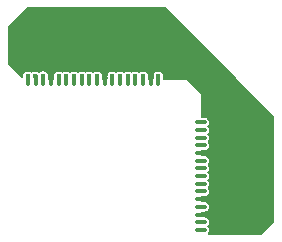
<source format=gbr>
%TF.GenerationSoftware,KiCad,Pcbnew,7.0.7*%
%TF.CreationDate,2024-03-24T16:36:28-04:00*%
%TF.ProjectId,RCP-FLEX,5243502d-464c-4455-982e-6b696361645f,rev?*%
%TF.SameCoordinates,Original*%
%TF.FileFunction,Copper,L2,Bot*%
%TF.FilePolarity,Positive*%
%FSLAX46Y46*%
G04 Gerber Fmt 4.6, Leading zero omitted, Abs format (unit mm)*
G04 Created by KiCad (PCBNEW 7.0.7) date 2024-03-24 16:36:28*
%MOMM*%
%LPD*%
G01*
G04 APERTURE LIST*
%TA.AperFunction,ComponentPad*%
%ADD10O,0.400000X1.000000*%
%TD*%
%TA.AperFunction,ComponentPad*%
%ADD11O,1.000000X0.400000*%
%TD*%
%TA.AperFunction,ViaPad*%
%ADD12C,0.800000*%
%TD*%
%TA.AperFunction,ViaPad*%
%ADD13C,0.400000*%
%TD*%
%TA.AperFunction,Conductor*%
%ADD14C,0.250000*%
%TD*%
G04 APERTURE END LIST*
D10*
%TO.P,TP2,1,1*%
%TO.N,Net-(TP2-Pad1)*%
X160415000Y-63500000D03*
%TD*%
%TO.P,TP9,1,1*%
%TO.N,Net-(TP42-Pad1)*%
X164965000Y-63500000D03*
%TD*%
D11*
%TO.P,TP31,1,1*%
%TO.N,GND*%
X174390000Y-74910000D03*
%TD*%
D10*
%TO.P,TP5,1,1*%
%TO.N,Net-(TP38-Pad1)*%
X162365000Y-63500000D03*
%TD*%
D11*
%TO.P,TP24,1,1*%
%TO.N,Net-(TP24-Pad1)*%
X174390000Y-70360000D03*
%TD*%
D10*
%TO.P,TP1,1,1*%
%TO.N,Net-(TP1-Pad1)*%
X159765000Y-63500000D03*
%TD*%
%TO.P,TP6,1,1*%
%TO.N,Net-(TP39-Pad1)*%
X163015000Y-63500000D03*
%TD*%
D11*
%TO.P,TP23,1,1*%
%TO.N,GND*%
X174390000Y-69710000D03*
%TD*%
D10*
%TO.P,TP14,1,1*%
%TO.N,Net-(TP14-Pad1)*%
X168215000Y-63500000D03*
%TD*%
%TO.P,TP11,1,1*%
%TO.N,GND*%
X166265000Y-63500000D03*
%TD*%
%TO.P,TP18,1,1*%
%TO.N,Net-(TP18-Pad1)*%
X170815000Y-63500000D03*
%TD*%
%TO.P,TP17,1,1*%
%TO.N,GND*%
X170165000Y-63500000D03*
%TD*%
%TO.P,TP4,1,1*%
%TO.N,GND*%
X161715000Y-63500000D03*
%TD*%
%TO.P,TP10,1,1*%
%TO.N,unconnected-(TP10-Pad1)*%
X165615000Y-63500000D03*
%TD*%
D11*
%TO.P,TP29,1,1*%
%TO.N,GND*%
X174390000Y-73610000D03*
%TD*%
%TO.P,TP27,1,1*%
%TO.N,Net-(TP27-Pad1)*%
X174390000Y-72310000D03*
%TD*%
D10*
%TO.P,TP15,1,1*%
%TO.N,Net-(TP15-Pad1)*%
X168865000Y-63500000D03*
%TD*%
%TO.P,TP12,1,1*%
%TO.N,Net-(TP12-Pad1)*%
X166915000Y-63500000D03*
%TD*%
%TO.P,TP7,1,1*%
%TO.N,Net-(TP40-Pad1)*%
X163665000Y-63500000D03*
%TD*%
%TO.P,TP8,1,1*%
%TO.N,Net-(TP41-Pad1)*%
X164315000Y-63500000D03*
%TD*%
%TO.P,TP16,1,1*%
%TO.N,unconnected-(TP16-Pad1)*%
X169515000Y-63500000D03*
%TD*%
D11*
%TO.P,TP20,1,1*%
%TO.N,Net-(TP20-Pad1)*%
X174390000Y-67760000D03*
%TD*%
%TO.P,TP25,1,1*%
%TO.N,Net-(TP25-Pad1)*%
X174390000Y-71010000D03*
%TD*%
%TO.P,TP21,1,1*%
%TO.N,Net-(TP21-Pad1)*%
X174390000Y-68410000D03*
%TD*%
%TO.P,TP22,1,1*%
%TO.N,unconnected-(TP22-Pad1)*%
X174390000Y-69060000D03*
%TD*%
D10*
%TO.P,TP3,1,1*%
%TO.N,unconnected-(TP3-Pad1)*%
X161065000Y-63500000D03*
%TD*%
D11*
%TO.P,TP30,1,1*%
%TO.N,unconnected-(TP30-Pad1)*%
X174390000Y-74260000D03*
%TD*%
%TO.P,TP19,1,1*%
%TO.N,Net-(TP19-Pad1)*%
X174390000Y-67110000D03*
%TD*%
%TO.P,TP33,1,1*%
%TO.N,Net-(TP33-Pad1)*%
X174390000Y-76210000D03*
%TD*%
%TO.P,TP28,1,1*%
%TO.N,Net-(TP28-Pad1)*%
X174390000Y-72960000D03*
%TD*%
%TO.P,TP26,1,1*%
%TO.N,Net-(TP26-Pad1)*%
X174390000Y-71660000D03*
%TD*%
%TO.P,TP32,1,1*%
%TO.N,unconnected-(TP32-Pad1)*%
X174390000Y-75560000D03*
%TD*%
D10*
%TO.P,TP13,1,1*%
%TO.N,Net-(TP13-Pad1)*%
X167565000Y-63500000D03*
%TD*%
D12*
%TO.N,GND*%
X173325000Y-60125000D03*
X174725000Y-61525000D03*
X176225000Y-63025000D03*
X177625000Y-64425000D03*
X176275000Y-65875000D03*
X174775000Y-64375000D03*
X173375000Y-62975000D03*
X171875000Y-61475000D03*
D13*
%TO.N,Net-(TP1-Pad1)*%
X159760000Y-63200000D03*
%TO.N,Net-(TP2-Pad1)*%
X160410000Y-63200000D03*
%TO.N,Net-(TP38-Pad1)*%
X162360000Y-63200000D03*
%TO.N,Net-(TP39-Pad1)*%
X163010000Y-63200000D03*
%TO.N,Net-(TP40-Pad1)*%
X163660000Y-63200000D03*
%TO.N,Net-(TP41-Pad1)*%
X164310000Y-63200000D03*
%TO.N,Net-(TP42-Pad1)*%
X164960000Y-63200000D03*
%TO.N,Net-(TP12-Pad1)*%
X166910000Y-63200000D03*
%TO.N,Net-(TP13-Pad1)*%
X167560000Y-63200000D03*
%TO.N,Net-(TP14-Pad1)*%
X168210000Y-63200000D03*
%TO.N,Net-(TP15-Pad1)*%
X168860000Y-63200000D03*
%TO.N,Net-(TP18-Pad1)*%
X170810000Y-63200000D03*
%TO.N,Net-(TP19-Pad1)*%
X174690000Y-67110000D03*
%TO.N,Net-(TP20-Pad1)*%
X174690000Y-67760000D03*
%TO.N,Net-(TP21-Pad1)*%
X174690000Y-68410000D03*
%TO.N,Net-(TP24-Pad1)*%
X174690000Y-70360000D03*
%TO.N,Net-(TP25-Pad1)*%
X174690000Y-71010000D03*
%TO.N,Net-(TP26-Pad1)*%
X174690000Y-71660000D03*
%TO.N,Net-(TP27-Pad1)*%
X174690000Y-72310000D03*
%TO.N,Net-(TP28-Pad1)*%
X174690000Y-72960000D03*
%TO.N,Net-(TP33-Pad1)*%
X174690000Y-76210000D03*
%TO.N,unconnected-(TP3-Pad1)*%
X161070000Y-63200000D03*
%TO.N,unconnected-(TP10-Pad1)*%
X165620000Y-63200000D03*
%TO.N,unconnected-(TP16-Pad1)*%
X169510000Y-63200000D03*
%TO.N,unconnected-(TP22-Pad1)*%
X174690000Y-69060000D03*
%TO.N,unconnected-(TP30-Pad1)*%
X174690000Y-74260000D03*
%TO.N,unconnected-(TP32-Pad1)*%
X174690000Y-75560000D03*
%TO.N,GND*%
X174690000Y-73610000D03*
X170160000Y-63200000D03*
X174690000Y-69710000D03*
X174690000Y-74910000D03*
X166260000Y-63200000D03*
X161720000Y-63200000D03*
%TD*%
D14*
%TO.N,unconnected-(TP3-Pad1)*%
X161065000Y-63500000D02*
X161065000Y-63107538D01*
%TD*%
%TA.AperFunction,Conductor*%
%TO.N,GND*%
G36*
X171416819Y-57369407D02*
G01*
X171428820Y-57379685D01*
X177474877Y-63458691D01*
X180545694Y-66546243D01*
X180573323Y-66600835D01*
X180574500Y-66616056D01*
X180574500Y-75583783D01*
X180555593Y-75641974D01*
X180545504Y-75653787D01*
X179603827Y-76595463D01*
X179549310Y-76623240D01*
X179533728Y-76624459D01*
X175085134Y-76620169D01*
X175026961Y-76601206D01*
X174991045Y-76551671D01*
X174991104Y-76490486D01*
X175015228Y-76451163D01*
X175018050Y-76448342D01*
X175075646Y-76335304D01*
X175095492Y-76210000D01*
X175075646Y-76084696D01*
X175018050Y-75971658D01*
X175001393Y-75955001D01*
X174973618Y-75900487D01*
X174983189Y-75840055D01*
X175001397Y-75814995D01*
X175018048Y-75798344D01*
X175018048Y-75798343D01*
X175018050Y-75798342D01*
X175075646Y-75685304D01*
X175095492Y-75560000D01*
X175075646Y-75434696D01*
X175018050Y-75321658D01*
X174928342Y-75231950D01*
X174924406Y-75229944D01*
X174815307Y-75174355D01*
X174815304Y-75174354D01*
X174690000Y-75154508D01*
X174666178Y-75158281D01*
X174650691Y-75159500D01*
X174490814Y-75159500D01*
X174432623Y-75140593D01*
X174396659Y-75091093D01*
X174391814Y-75060416D01*
X174392068Y-74759416D01*
X174411024Y-74701242D01*
X174460555Y-74665320D01*
X174491068Y-74660500D01*
X174650691Y-74660500D01*
X174666177Y-74661718D01*
X174690000Y-74665492D01*
X174815304Y-74645646D01*
X174928342Y-74588050D01*
X175018050Y-74498342D01*
X175075646Y-74385304D01*
X175095492Y-74260000D01*
X175075646Y-74134696D01*
X175018050Y-74021658D01*
X174928342Y-73931950D01*
X174924406Y-73929944D01*
X174815307Y-73874355D01*
X174815304Y-73874354D01*
X174690000Y-73854508D01*
X174666178Y-73858281D01*
X174650691Y-73859500D01*
X174491909Y-73859500D01*
X174433718Y-73840593D01*
X174397754Y-73791093D01*
X174392909Y-73760416D01*
X174393163Y-73459416D01*
X174412119Y-73401242D01*
X174461650Y-73365320D01*
X174492163Y-73360500D01*
X174650691Y-73360500D01*
X174666177Y-73361718D01*
X174690000Y-73365492D01*
X174815304Y-73345646D01*
X174928342Y-73288050D01*
X175018050Y-73198342D01*
X175075646Y-73085304D01*
X175095492Y-72960000D01*
X175075646Y-72834696D01*
X175018050Y-72721658D01*
X175001393Y-72705001D01*
X174973618Y-72650487D01*
X174983189Y-72590055D01*
X175001392Y-72564999D01*
X175018050Y-72548342D01*
X175075646Y-72435304D01*
X175095492Y-72310000D01*
X175075646Y-72184696D01*
X175018050Y-72071658D01*
X175001393Y-72055001D01*
X174973618Y-72000487D01*
X174983189Y-71940055D01*
X175001397Y-71914995D01*
X175018048Y-71898344D01*
X175018048Y-71898343D01*
X175018050Y-71898342D01*
X175075646Y-71785304D01*
X175095492Y-71660000D01*
X175075646Y-71534696D01*
X175018050Y-71421658D01*
X175001393Y-71405001D01*
X174973618Y-71350487D01*
X174983189Y-71290055D01*
X175001392Y-71264999D01*
X175018050Y-71248342D01*
X175075646Y-71135304D01*
X175095492Y-71010000D01*
X175075646Y-70884696D01*
X175018050Y-70771658D01*
X175001393Y-70755001D01*
X174973618Y-70700487D01*
X174983189Y-70640055D01*
X175001397Y-70614995D01*
X175018048Y-70598344D01*
X175018048Y-70598343D01*
X175018050Y-70598342D01*
X175075646Y-70485304D01*
X175095492Y-70360000D01*
X175075646Y-70234696D01*
X175018050Y-70121658D01*
X174928342Y-70031950D01*
X174924406Y-70029944D01*
X174815307Y-69974355D01*
X174815304Y-69974354D01*
X174690000Y-69954508D01*
X174666178Y-69958281D01*
X174650691Y-69959500D01*
X174495195Y-69959500D01*
X174437004Y-69940593D01*
X174401040Y-69891093D01*
X174396195Y-69860416D01*
X174396449Y-69559416D01*
X174415405Y-69501242D01*
X174464936Y-69465320D01*
X174495449Y-69460500D01*
X174650691Y-69460500D01*
X174666177Y-69461718D01*
X174690000Y-69465492D01*
X174815304Y-69445646D01*
X174928342Y-69388050D01*
X175018050Y-69298342D01*
X175075646Y-69185304D01*
X175095492Y-69060000D01*
X175075646Y-68934696D01*
X175018050Y-68821658D01*
X175001393Y-68805001D01*
X174973618Y-68750487D01*
X174983189Y-68690055D01*
X175001392Y-68664999D01*
X175018050Y-68648342D01*
X175075646Y-68535304D01*
X175095492Y-68410000D01*
X175075646Y-68284696D01*
X175018050Y-68171658D01*
X175001393Y-68155001D01*
X174973618Y-68100487D01*
X174983189Y-68040055D01*
X175001397Y-68014995D01*
X175018048Y-67998344D01*
X175018048Y-67998343D01*
X175018050Y-67998342D01*
X175075646Y-67885304D01*
X175095492Y-67760000D01*
X175075646Y-67634696D01*
X175018050Y-67521658D01*
X175001393Y-67505001D01*
X174973618Y-67450487D01*
X174983189Y-67390055D01*
X175001392Y-67364999D01*
X175018050Y-67348342D01*
X175075646Y-67235304D01*
X175095492Y-67110000D01*
X175075646Y-66984696D01*
X175018050Y-66871658D01*
X174928342Y-66781950D01*
X174924406Y-66779944D01*
X174815307Y-66724355D01*
X174815304Y-66724354D01*
X174690000Y-66704508D01*
X174666178Y-66708281D01*
X174650691Y-66709500D01*
X174497932Y-66709500D01*
X174439741Y-66690593D01*
X174403777Y-66641093D01*
X174398932Y-66610417D01*
X174400489Y-64761950D01*
X174400540Y-64750002D01*
X174400542Y-64750000D01*
X174400424Y-64749716D01*
X174400423Y-64749715D01*
X174400382Y-64749616D01*
X174387086Y-64736181D01*
X174386489Y-64735781D01*
X173161522Y-63510813D01*
X173150382Y-63499616D01*
X173150284Y-63499576D01*
X173150000Y-63499458D01*
X173149999Y-63499458D01*
X173130330Y-63499460D01*
X173130135Y-63499500D01*
X171314500Y-63499500D01*
X171256309Y-63480593D01*
X171220345Y-63431093D01*
X171215500Y-63400500D01*
X171215500Y-63168478D01*
X171210139Y-63134636D01*
X171200646Y-63074696D01*
X171143050Y-62961658D01*
X171053342Y-62871950D01*
X171008234Y-62848966D01*
X170940307Y-62814355D01*
X170940304Y-62814354D01*
X170815000Y-62794508D01*
X170814999Y-62794508D01*
X170814993Y-62794507D01*
X170813334Y-62794507D01*
X170810529Y-62794506D01*
X170810523Y-62794507D01*
X170810003Y-62794507D01*
X170684696Y-62814354D01*
X170684692Y-62814355D01*
X170571659Y-62871949D01*
X170481949Y-62961659D01*
X170424355Y-63074692D01*
X170424354Y-63074696D01*
X170404508Y-63199999D01*
X170404508Y-63200001D01*
X170413281Y-63255390D01*
X170414500Y-63270877D01*
X170414500Y-63400500D01*
X170395593Y-63458691D01*
X170346093Y-63494655D01*
X170315500Y-63499500D01*
X170014500Y-63499500D01*
X169956309Y-63480593D01*
X169920345Y-63431093D01*
X169915500Y-63400500D01*
X169915500Y-63168478D01*
X169910139Y-63134636D01*
X169900646Y-63074696D01*
X169843050Y-62961658D01*
X169753342Y-62871950D01*
X169708234Y-62848966D01*
X169640307Y-62814355D01*
X169640304Y-62814354D01*
X169515000Y-62794508D01*
X169514999Y-62794508D01*
X169514993Y-62794507D01*
X169513334Y-62794507D01*
X169510529Y-62794506D01*
X169510523Y-62794507D01*
X169510003Y-62794507D01*
X169384696Y-62814354D01*
X169384692Y-62814355D01*
X169271658Y-62871950D01*
X169271655Y-62871952D01*
X169257502Y-62886105D01*
X169202985Y-62913882D01*
X169142553Y-62904309D01*
X169117498Y-62886105D01*
X169103344Y-62871952D01*
X169103342Y-62871950D01*
X169044005Y-62841716D01*
X168990307Y-62814355D01*
X168990305Y-62814354D01*
X168990304Y-62814354D01*
X168950610Y-62808067D01*
X168864998Y-62794507D01*
X168860002Y-62794507D01*
X168758277Y-62810619D01*
X168734696Y-62814354D01*
X168734695Y-62814354D01*
X168734692Y-62814355D01*
X168621658Y-62871950D01*
X168621654Y-62871952D01*
X168607499Y-62886107D01*
X168552981Y-62913882D01*
X168492549Y-62904307D01*
X168467499Y-62886107D01*
X168453342Y-62871950D01*
X168408234Y-62848966D01*
X168340307Y-62814355D01*
X168340304Y-62814354D01*
X168215000Y-62794508D01*
X168214999Y-62794508D01*
X168214993Y-62794507D01*
X168213334Y-62794507D01*
X168210529Y-62794506D01*
X168210523Y-62794507D01*
X168210003Y-62794507D01*
X168084696Y-62814354D01*
X168084692Y-62814355D01*
X167971658Y-62871950D01*
X167971655Y-62871952D01*
X167957502Y-62886105D01*
X167902985Y-62913882D01*
X167842553Y-62904309D01*
X167817498Y-62886105D01*
X167803344Y-62871952D01*
X167803342Y-62871950D01*
X167744005Y-62841716D01*
X167690307Y-62814355D01*
X167690305Y-62814354D01*
X167690304Y-62814354D01*
X167650610Y-62808067D01*
X167564998Y-62794507D01*
X167560002Y-62794507D01*
X167458277Y-62810619D01*
X167434696Y-62814354D01*
X167434695Y-62814354D01*
X167434692Y-62814355D01*
X167321658Y-62871950D01*
X167321655Y-62871952D01*
X167307502Y-62886105D01*
X167252985Y-62913882D01*
X167192553Y-62904309D01*
X167167498Y-62886105D01*
X167153344Y-62871952D01*
X167153342Y-62871950D01*
X167094005Y-62841716D01*
X167040307Y-62814355D01*
X167040304Y-62814354D01*
X166915000Y-62794508D01*
X166914999Y-62794508D01*
X166914993Y-62794507D01*
X166913334Y-62794507D01*
X166910529Y-62794506D01*
X166910523Y-62794507D01*
X166910003Y-62794507D01*
X166784696Y-62814354D01*
X166784692Y-62814355D01*
X166671659Y-62871949D01*
X166581949Y-62961659D01*
X166524355Y-63074692D01*
X166524354Y-63074696D01*
X166504508Y-63199999D01*
X166504508Y-63200001D01*
X166513281Y-63255390D01*
X166514500Y-63270877D01*
X166514500Y-63400500D01*
X166495593Y-63458691D01*
X166446093Y-63494655D01*
X166415500Y-63499500D01*
X166114500Y-63499500D01*
X166056309Y-63480593D01*
X166020345Y-63431093D01*
X166015500Y-63400500D01*
X166015500Y-63270877D01*
X166016719Y-63255390D01*
X166025492Y-63200001D01*
X166025492Y-63199999D01*
X166020499Y-63168478D01*
X166005646Y-63074696D01*
X165948050Y-62961658D01*
X165858342Y-62871950D01*
X165813234Y-62848966D01*
X165745307Y-62814355D01*
X165745305Y-62814354D01*
X165745304Y-62814354D01*
X165705610Y-62808067D01*
X165619998Y-62794507D01*
X165615002Y-62794507D01*
X165513277Y-62810619D01*
X165489696Y-62814354D01*
X165489695Y-62814354D01*
X165489692Y-62814355D01*
X165376658Y-62871950D01*
X165376655Y-62871952D01*
X165360002Y-62888605D01*
X165305485Y-62916381D01*
X165245053Y-62906809D01*
X165219998Y-62888605D01*
X165203344Y-62871952D01*
X165203342Y-62871950D01*
X165144005Y-62841716D01*
X165090307Y-62814355D01*
X165090305Y-62814354D01*
X165090304Y-62814354D01*
X165050610Y-62808067D01*
X164964998Y-62794507D01*
X164960002Y-62794507D01*
X164858277Y-62810619D01*
X164834696Y-62814354D01*
X164834695Y-62814354D01*
X164834692Y-62814355D01*
X164721658Y-62871950D01*
X164721655Y-62871952D01*
X164707502Y-62886105D01*
X164652985Y-62913882D01*
X164592553Y-62904309D01*
X164567498Y-62886105D01*
X164553344Y-62871952D01*
X164553342Y-62871950D01*
X164494005Y-62841716D01*
X164440307Y-62814355D01*
X164440304Y-62814354D01*
X164315000Y-62794508D01*
X164314999Y-62794508D01*
X164314993Y-62794507D01*
X164313334Y-62794507D01*
X164310529Y-62794506D01*
X164310523Y-62794507D01*
X164310003Y-62794507D01*
X164184696Y-62814354D01*
X164184692Y-62814355D01*
X164071658Y-62871950D01*
X164071655Y-62871952D01*
X164057502Y-62886105D01*
X164002985Y-62913882D01*
X163942553Y-62904309D01*
X163917498Y-62886105D01*
X163903344Y-62871952D01*
X163903342Y-62871950D01*
X163844005Y-62841716D01*
X163790307Y-62814355D01*
X163790305Y-62814354D01*
X163790304Y-62814354D01*
X163750610Y-62808067D01*
X163664998Y-62794507D01*
X163660002Y-62794507D01*
X163558277Y-62810619D01*
X163534696Y-62814354D01*
X163534695Y-62814354D01*
X163534692Y-62814355D01*
X163421658Y-62871950D01*
X163421655Y-62871952D01*
X163407502Y-62886105D01*
X163352985Y-62913882D01*
X163292553Y-62904309D01*
X163267498Y-62886105D01*
X163253344Y-62871952D01*
X163253342Y-62871950D01*
X163194005Y-62841716D01*
X163140307Y-62814355D01*
X163140304Y-62814354D01*
X163015000Y-62794508D01*
X163014999Y-62794508D01*
X163014993Y-62794507D01*
X163013334Y-62794507D01*
X163010529Y-62794506D01*
X163010523Y-62794507D01*
X163010003Y-62794507D01*
X162884696Y-62814354D01*
X162884692Y-62814355D01*
X162771658Y-62871950D01*
X162771655Y-62871952D01*
X162757502Y-62886105D01*
X162702985Y-62913882D01*
X162642553Y-62904309D01*
X162617498Y-62886105D01*
X162603344Y-62871952D01*
X162603342Y-62871950D01*
X162544005Y-62841716D01*
X162490307Y-62814355D01*
X162490305Y-62814354D01*
X162490304Y-62814354D01*
X162450610Y-62808067D01*
X162364998Y-62794507D01*
X162360002Y-62794507D01*
X162258277Y-62810619D01*
X162234696Y-62814354D01*
X162234695Y-62814354D01*
X162234692Y-62814355D01*
X162121659Y-62871949D01*
X162031949Y-62961659D01*
X161974355Y-63074692D01*
X161974354Y-63074696D01*
X161954508Y-63199999D01*
X161954508Y-63200001D01*
X161963281Y-63255390D01*
X161964500Y-63270877D01*
X161964500Y-63400500D01*
X161945593Y-63458691D01*
X161896093Y-63494655D01*
X161865500Y-63499500D01*
X161564500Y-63499500D01*
X161506309Y-63480593D01*
X161470345Y-63431093D01*
X161465500Y-63400500D01*
X161465500Y-63270877D01*
X161466719Y-63255390D01*
X161475492Y-63200001D01*
X161475492Y-63199999D01*
X161470499Y-63168478D01*
X161455646Y-63074696D01*
X161398050Y-62961658D01*
X161308342Y-62871950D01*
X161308339Y-62871948D01*
X161308340Y-62871948D01*
X161273283Y-62854086D01*
X161254600Y-62841721D01*
X161230261Y-62821298D01*
X161122394Y-62782038D01*
X161007606Y-62782038D01*
X160973348Y-62794507D01*
X160899739Y-62821298D01*
X160867675Y-62848203D01*
X160848988Y-62860572D01*
X160826658Y-62871950D01*
X160826656Y-62871951D01*
X160810002Y-62888605D01*
X160755485Y-62916381D01*
X160695053Y-62906809D01*
X160669998Y-62888605D01*
X160653344Y-62871952D01*
X160653342Y-62871950D01*
X160594005Y-62841716D01*
X160540307Y-62814355D01*
X160540304Y-62814354D01*
X160415000Y-62794508D01*
X160414999Y-62794508D01*
X160414993Y-62794507D01*
X160413334Y-62794507D01*
X160410529Y-62794506D01*
X160410523Y-62794507D01*
X160410003Y-62794507D01*
X160284696Y-62814354D01*
X160284692Y-62814355D01*
X160171658Y-62871950D01*
X160171655Y-62871952D01*
X160157502Y-62886105D01*
X160102985Y-62913882D01*
X160042553Y-62904309D01*
X160017498Y-62886105D01*
X160003344Y-62871952D01*
X160003342Y-62871950D01*
X159944005Y-62841716D01*
X159890307Y-62814355D01*
X159890305Y-62814354D01*
X159890304Y-62814354D01*
X159850610Y-62808067D01*
X159764998Y-62794507D01*
X159760002Y-62794507D01*
X159658277Y-62810619D01*
X159634696Y-62814354D01*
X159634695Y-62814354D01*
X159634692Y-62814355D01*
X159521659Y-62871949D01*
X159431949Y-62961659D01*
X159374355Y-63074692D01*
X159374354Y-63074696D01*
X159354508Y-63199999D01*
X159354508Y-63200001D01*
X159362868Y-63252785D01*
X159353297Y-63313217D01*
X159310032Y-63356482D01*
X159249600Y-63366053D01*
X159195085Y-63338277D01*
X158129493Y-62272685D01*
X158101718Y-62218171D01*
X158100500Y-62202696D01*
X158100500Y-59041213D01*
X158119407Y-58983023D01*
X158129490Y-58971216D01*
X159721210Y-57379495D01*
X159775728Y-57351719D01*
X159791215Y-57350500D01*
X171358628Y-57350500D01*
X171416819Y-57369407D01*
G37*
%TD.AperFunction*%
%TD*%
M02*

</source>
